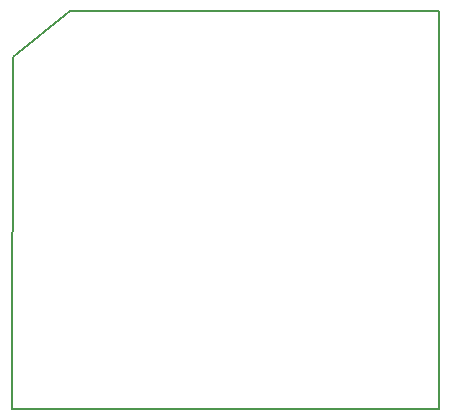
<source format=gm1>
G04 #@! TF.GenerationSoftware,KiCad,Pcbnew,(5.0.2-5)-5*
G04 #@! TF.CreationDate,2019-03-05T16:54:08+01:00*
G04 #@! TF.ProjectId,ClassKicad,436c6173-734b-4696-9361-642e6b696361,rev?*
G04 #@! TF.SameCoordinates,PX836a940PY57bcf00*
G04 #@! TF.FileFunction,Profile,NP*
%FSLAX46Y46*%
G04 Gerber Fmt 4.6, Leading zero omitted, Abs format (unit mm)*
G04 Created by KiCad (PCBNEW (5.0.2-5)-5) date 2019 March 05, Tuesday 16:54:08*
%MOMM*%
%LPD*%
G01*
G04 APERTURE LIST*
%ADD10C,0.200000*%
G04 APERTURE END LIST*
D10*
X200000Y200000D02*
X300000Y30000000D01*
X36400000Y200000D02*
X200000Y200000D01*
X36400000Y33900000D02*
X36400000Y200000D01*
X5100000Y33900000D02*
X36400000Y33900000D01*
X300000Y30000000D02*
X5100000Y33900000D01*
M02*

</source>
